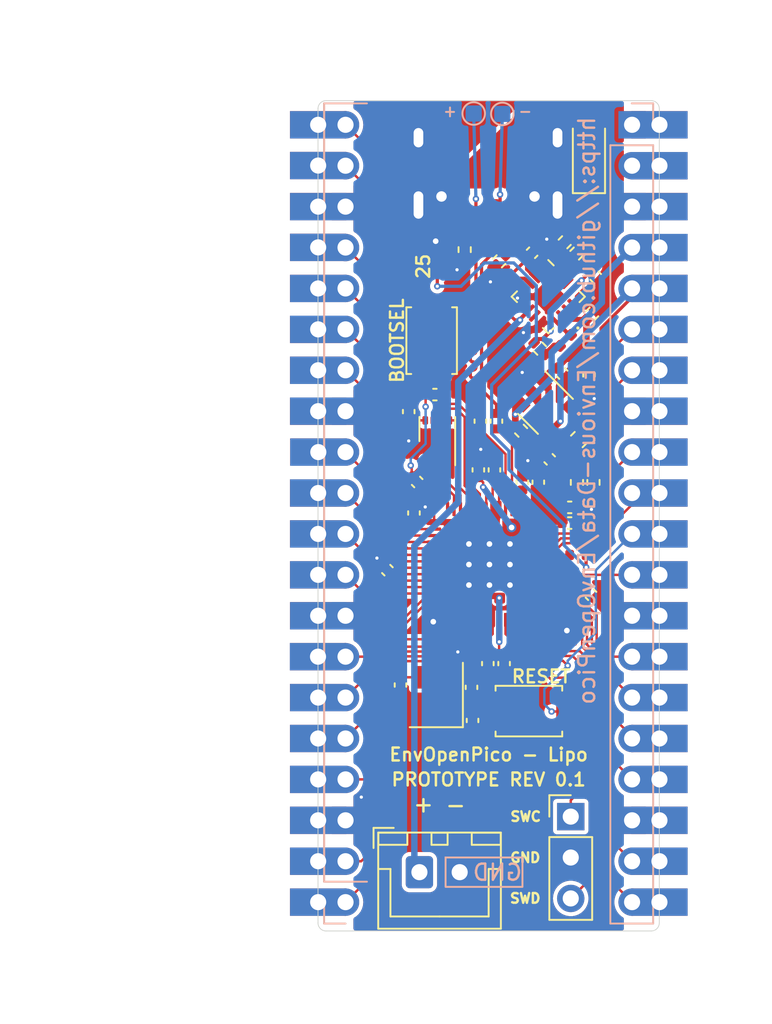
<source format=kicad_pcb>
(kicad_pcb (version 20221018) (generator pcbnew)
  (title_block (title "RP2040 Minimal Design Example") (date "2020-07-13") (rev "REV1") (company "Raspberry Pi (Trading) Ltd"))
  (layers (0 "F.Cu" signal) (31 "B.Cu" signal) (34 "B.Paste" user) (35 "F.Paste" user) (36 "B.SilkS" user "B.Silkscreen") (37 "F.SilkS" user "F.Silkscreen") (38 "B.Mask" user) (39 "F.Mask" user) (44 "Edge.Cuts" user))
  (net 0 "")
  (net 1 "GND")
  (net 2 "VBUS")
  (net 3 "/XIN")
  (net 4 "+1V1")
  (net 5 "/~{USB_BOOT}")
  (net 6 "/GPIO15")
  (net 7 "/GPIO14")
  (net 8 "/GPIO13")
  (net 9 "/GPIO12")
  (net 10 "/GPIO11")
  (net 11 "/GPIO10")
  (net 12 "/GPIO9")
  (net 13 "/GPIO8")
  (net 14 "/GPIO7")
  (net 15 "/GPIO6")
  (net 16 "/GPIO5")
  (net 17 "/GPIO4")
  (net 18 "/GPIO3")
  (net 19 "/GPIO2")
  (net 20 "/GPIO1")
  (net 21 "/GPIO0")
  (net 22 "/GPIO22")
  (net 23 "/GPIO21")
  (net 24 "/GPIO20")
  (net 25 "/GPIO19")
  (net 26 "/GPIO18")
  (net 27 "/GPIO17")
  (net 28 "/GPIO16")
  (net 29 "/RUN")
  (net 30 "/SWD")
  (net 31 "/SWCLK")
  (net 32 "/QSPI_SS")
  (net 33 "Net-(D2-K)")
  (net 34 "Net-(C2-Pad2)")
  (net 35 "/QSPI_SD3")
  (net 36 "/QSPI_SCLK")
  (net 37 "/QSPI_SD0")
  (net 38 "/QSPI_SD2")
  (net 39 "/QSPI_SD1")
  (net 40 "Net-(D2-A)")
  (net 41 "Net-(D3-A)")
  (net 42 "3V3_EN")
  (net 43 "USB_D+")
  (net 44 "USB_D-")
  (net 45 "/ADC_VREF")
  (net 46 "VSYS")
  (net 47 "+3V3")
  (net 49 "Net-(e1-CC1)")
  (net 50 "VBAT")
  (net 52 "VDD")
  (net 53 "Net-(e1-CC2)")
  (net 54 "/GPIO28_ADC2")
  (net 55 "/GPIO27_ADC1")
  (net 56 "/GPIO26_ADC0")
  (net 57 "/GPIO25")
  (net 58 "/XOUT")
  (net 59 "/GPIO23")
  (net 60 "/GPIO24")
  (net 61 "/GPIO29_ADC3")
  (net 62 "Net-(U2-SW)")
  (net 63 "Net-(U1-TS)")
  (net 64 "Net-(U1-ISET)")
  (net 65 "Net-(U3-USB_DP)")
  (net 66 "Net-(U3-USB_DM)")
  (net 70 "Net-(C19-Pad2)")
  (footprint "RP2040_minimal:RP2040-QFN-56" (layer "F.Cu") (at 103.69 86.025)
    (fp_text reference "U3")
    (fp_text value "RP2040")
  )
  (footprint "Capacitor_SMD:C_0402_1005Metric" (layer "F.Cu") (at 104.6 92.175 -90)
    (fp_text reference "C6")
    (fp_text value "100nf 0402")
  )
  (footprint "Capacitor_SMD:C_0402_1005Metric" (layer "F.Cu") (at 103 80.15 90)
    (fp_text reference "C7")
    (fp_text value "100nf 0402")
  )
  (footprint "Capacitor_SMD:C_0402_1005Metric" (layer "F.Cu") (at 99 82.825 90)
    (fp_text reference "C8")
    (fp_text value "100nf 0402")
  )
  (footprint "Capacitor_SMD:C_0402_1005Metric" (layer "F.Cu") (at 100.3 75.475)
    (fp_text reference "R12")
    (fp_text value "1k 0402 Resistor")
  )
  (footprint "Capacitor_SMD:C_0402_1005Metric" (layer "F.Cu") (at 104.125 77.125 -90)
    (fp_text reference "R10")
    (fp_text value " 27Ohms 0402 Resistor")
  )
  (footprint "Capacitor_SMD:C_0402_1005Metric" (layer "F.Cu") (at 110 87.9 -45)
    (fp_text reference "C10")
    (fp_text value "100nf 0402")
  )
  (footprint "Capacitor_SMD:C_0402_1005Metric" (layer "F.Cu") (at 103.59 92.175 -90)
    (fp_text reference "C11")
    (fp_text value "100nf 0402")
  )
  (footprint "Capacitor_SMD:C_0402_1005Metric" (layer "F.Cu") (at 105.73296 80.91698 90)
    (fp_text reference "C16")
    (fp_text value "1uf 0402")
  )
  (footprint "Capacitor_SMD:C_0402_1005Metric" (layer "F.Cu") (at 103.125 77.125 -90)
    (fp_text reference "R9")
    (fp_text value " 27Ohms  0402 Resistor")
  )
  (footprint "HRO-TYPE-C31-M-12:HRO-TYPE-C-31-M-12" (layer "F.Cu") (at 103.6 56.925 180)
    (fp_text reference "e1")
    (fp_text value "TYPE-C-31-M-12")
  )
  (footprint "Resistor_SMD:R_0402_1005Metric" (layer "F.Cu") (at 109.18228 85.43056 180)
    (fp_text reference "R13")
    (fp_text value "470 ohm resistor")
  )
  (footprint "Resistor_SMD:R_0402_1005Metric" (layer "F.Cu") (at 102.15 66.475 90)
    (fp_text reference "R3")
    (fp_text value "5.1K")
  )
  (footprint "Package_SON:SON-8-1EP_3x2mm_P0.5mm_EP1.4x1.6mm" (layer "F.Cu") (at 100.45 78.3625 90)
    (fp_text reference "FLASH1")
    (fp_text value "W25Q16")
  )
  (footprint "Capacitor_SMD:C_0402_1005Metric" (layer "F.Cu") (at 104 80.15 90)
    (fp_text reference "C9")
    (fp_text value "100nf 0402")
  )
  (footprint "Capacitor_SMD:C_0402_1005Metric" (layer "F.Cu") (at 98.675 76.53 90)
    (fp_text reference "C17")
    (fp_text value "100nf 0402")
  )
  (footprint "Button_Switch_SMD:SW_Push_SPST_NO_Alps_SKRK" (layer "F.Cu") (at 100.1 72.125 90)
    (fp_text reference "J1")
    (fp_text value "SKRKAEE020")
  )
  (footprint "LED_SMD:LED_0402_1005Metric" (layer "F.Cu") (at 100.46 67.51 -90)
    (fp_text reference "D3")
    (fp_text value "LED 0402 YELLOW")
  )
  (footprint "Capacitor_SMD:C_0402_1005Metric" (layer "F.Cu") (at 99.2 80.9 135)
    (fp_text reference "R11")
    (fp_text value "10K 0402")
  )
  (footprint "Resistor_SMD:R_0402_1005Metric" (layer "F.Cu") (at 109.125 80.925 90)
    (fp_text reference "R5")
    (fp_text value "200ohm 0402")
  )
  (footprint "Resistor_SMD:R_0402_1005Metric" (layer "F.Cu") (at 110.15 80.924999 -90)
    (fp_text reference "R8")
    (fp_text value "1Ohm 0402")
  )
  (footprint "Capacitor_SMD:C_0402_1005Metric" (layer "F.Cu") (at 106.7261 80.91444 90)
    (fp_text reference "C15")
    (fp_text value "1uf 0402")
  )
  (footprint "Capacitor_SMD:C_0402_1005Metric" (layer "F.Cu") (at 108.675 83.45)
    (fp_text reference "C13")
    (fp_text value "100nf 0402")
  )
  (footprint "Capacitor_SMD:C_0402_1005Metric" (layer "F.Cu") (at 108.675 82.475)
    (fp_text reference "C14")
    (fp_text value "100nf 0402")
  )
  (footprint "Resistor_SMD:R_0402_1005Metric" (layer "F.Cu") (at 104.3 67.2 45)
    (fp_text reference "R1")
    (fp_text value "5.1K")
  )
  (footprint "Capacitor_SMD:C_0402_1005Metric" (layer "F.Cu") (at 108.206847 74.168153 -45)
    (fp_text reference "C3")
    (fp_text value "10uf 0402 6.3V")
  )
  (footprint "Package_DFN_QFN:VQFN-16-1EP_3x3mm_P0.5mm_EP1.6x1.6mm" (layer "F.Cu") (at 107.343187 69.396741 -45)
    (fp_text reference "U1")
    (fp_text value "BQ24072RGT")
  )
  (footprint "Inductor_SMD:L_0603_1608Metric" (layer "F.Cu") (at 109.231847 78.268153 -135)
    (fp_text reference "L1")
    (fp_text value "inductor 2.2uh 600mA 0603")
  )
  (footprint "Resistor_SMD:R_0402_1005Metric" (layer "F.Cu") (at 105.656847 77.718153 135)
    (fp_text reference "R4")
    (fp_text value "100k 0402")
  )
  (footprint "Package_TO_SOT_SMD:TSOT-23-5" (layer "F.Cu") (at 107.183786 76.188595 -45)
    (fp_text reference "U2")
    (fp_text value "LM3671MF 3.3")
  )
  (footprint "Diode_SMD:D_SOD-123" (layer "F.Cu") (at 109.87 60.61 90)
    (fp_text reference "D1")
    (fp_text value "1n4002W")
  )
  (footprint "Capacitor_SMD:C_0402_1005Metric" (layer "F.Cu") (at 110.289411 68.167586 -45)
    (fp_text reference "C1")
    (fp_text value "0402 1uF")
  )
  (footprint "Resistor_SMD:R_0402_1005Metric" (layer "F.Cu") (at 110.074389 70.448563 -135)
    (fp_text reference "C2")
    (fp_text value "0402 10uF")
  )
  (footprint "Capacitor_SMD:C_0402_1005Metric" (layer "F.Cu") (at 106.339411 66.667586 -135)
    (fp_text reference "C4")
    (fp_text value "4.7uf 0402")
  )
  (footprint "LED_SMD:LED_0402_1005Metric" (layer "F.Cu") (at 108.412688 72.110264 -135)
    (fp_text reference "D2")
    (fp_text value "0402 led")
  )
  (footprint "Resistor_SMD:R_0402_1005Metric" (layer "F.Cu") (at 109.089411 66.717586 45)
    (fp_text reference "R7")
    (fp_text value "10K 0402")
  )
  (footprint "Resistor_SMD:R_0402_1005Metric" (layer "F.Cu") (at 108.364411 66.017586 -135)
    (fp_text reference "R2")
    (fp_text value "10K 0402")
  )
  (footprint "Resistor_SMD:R_0402_1005Metric" (layer "F.Cu") (at 106.825 72.625 -45)
    (fp_text reference "R6")
    (fp_text value "2.2K 0402")
  )
  (footprint "NetTie:NetTie-2_SMD_Pad0.5mm" (layer "F.Cu") (at 109.1 72.9 -135)
    (fp_text reference "NT1")
    (fp_text value "Net-Tie_2")
  )
  (footprint "Capacitor_SMD:C_0402_1005Metric" (layer "F.Cu") (at 107.431847 79.493153 135)
    (fp_text reference "C5")
    (fp_text value "10uf 0402")
  )
  (footprint "Connector_PinHeader_2.54mm:PinHeader_1x03_P2.54mm_Vertical" (layer "F.Cu") (at 108.74 101.675)
    (fp_text reference "J4")
    (fp_text value "Conn_01x03_Male")
  )
  (footprint "Connector_JST:JST_XH_B2B-XH-A_1x02_P2.50mm_Vertical" (layer "F.Cu") (at 99.34 105.125)
    (fp_text reference "BT1")
    (fp_text value "Li-Po Battery")
  )
  (footprint "Crystal:Crystal_SMD_3225-4Pin_3.2x2.5mm" (layer "F.Cu") (at 100.39 94.125 90)
    (fp_text reference "Y1")
    (fp_text value "Crystal_GND24 12MHz")
  )
  (footprint "Button_Switch_SMD:SW_Push_SPST_NO_Alps_SKRK" (layer "F.Cu") (at 106.14 95.125 180)
    (fp_text reference "J5")
    (fp_text value "SKRKAEE020")
  )
  (footprint "MountingHole:MountingHole_2.2mm_M2" (layer "F.Cu") (at 78.435 75.17)
    (fp_text reference "H2")
    (fp_text value "MountingHole")
  )
  (footprint "Capacitor_SMD:C_0402_1005Metric" (layer "F.Cu") (at 98.165 93.505 90)
    (fp_text reference "C18")
    (fp_text value "15pf 0402")
  )
  (footprint "Capacitor_SMD:C_0402_1005Metric" (layer "F.Cu") (at 109.875 74.25 -90)
    (fp_text reference "C20")
    (fp_text value "10uf 0402")
  )
  (footprint "Capacitor_SMD:C_0402_1005Metric" (layer "F.Cu") (at 97.35 86.375 135)
    (fp_text reference "C12")
    (fp_text value "100nf 0402")
  )
  (footprint "Capacitor_SMD:C_0402_1005Metric" (layer "F.Cu") (at 102.64 95.705 90)
    (fp_text reference "C19")
    (fp_text value "15pf 0402")
  )
  (footprint "MountingHole:MountingHole_2.2mm_M2" (layer "F.Cu") (at 78.435 69.22)
    (fp_text reference "H1")
    (fp_text value "MountingHole")
  )
  (footprint "Capacitor_SMD:C_0402_1005Metric" (layer "F.Cu") (at 102.575 93.65 -90)
    (fp_text reference "R14")
    (fp_text value "1K 0402")
  )
  (footprint "MountingHole:MountingHole_2.2mm_M2" (layer "F.Cu") (at 78.435 81.12)
    (fp_text reference "H3")
    (fp_text value "MountingHole")
  )
  (footprint "MountingHole:MountingHole_2.2mm_M2" (layer "F.Cu") (at 78.435 87.07)
    (fp_text reference "H4")
    (fp_text value "MountingHole")
  )
  (footprint "Connector_PinHeader_2.54mm:PinHeader_1x20_P2.54mm_Vertical" (layer "B.Cu") (at 112.53 58.725 180)
    (fp_text reference "J3")
    (fp_text value "2.54mm header 01x20")
  )
  (footprint "Connector_PinHeader_2.54mm:PinHeader_1x20_P2.54mm_Vertical" (layer "B.Cu") (at 94.75 106.985)
    (fp_text reference "J2" hide)
    (fp_text value "2.54mm header 01x20")
  )
  (footprint "TestPoint:TestPoint_Pad_D1.0mm" (layer "B.Cu") (at 102.712 58.0246)
    (fp_text reference "TP1")
    (fp_text value "TestPoint")
  )
  (footprint "TestPoint:TestPoint_Pad_D1.0mm" (layer "B.Cu") (at 104.49 58.05)
    (fp_text reference "TP2")
    (fp_text value "TestPoint")
  )
  (gr_rect (start 100.965 104.2125) (end 105.74 106.0375) (stroke (width 0.12)) (fill none) (layer "B.SilkS"))
  (gr_line (start 105.665 57.925) (end 106.165 57.925) (stroke (width 0.12)) (layer "B.SilkS"))
  (gr_line (start 101.24 58.2) (end 101.24 57.65) (stroke (width 0.12)) (layer "B.SilkS"))
  (gr_line (start 100.99 57.925) (end 101.49 57.925) (stroke (width 0.12)) (layer "B.SilkS"))
  (gr_arc (start 114.24 108.275) (mid 114.093553 108.628553) (end 113.74 108.775) (stroke (width 0.05)) (layer "Edge.Cuts"))
  (gr_line (start 93.54 57.225) (end 113.74 57.225) (stroke (width 0.05)) (layer "Edge.Cuts"))
  (gr_arc (start 113.74 57.225) (mid 114.093553 57.371447) (end 114.24 57.725) (stroke (width 0.05)) (layer "Edge.Cuts"))
  (gr_line (start 93.04 108.275) (end 93.04 57.725) (stroke (width 0.05)) (layer "Edge.Cuts"))
  (gr_arc (start 93.04 57.725) (mid 93.186447 57.371447) (end 93.54 57.225) (stroke (width 0.05)) (layer "Edge.Cuts"))
  (gr_arc (start 93.54 108.775) (mid 93.186447 108.628553) (end 93.04 108.275) (stroke (width 0.05)) (layer "Edge.Cuts"))
  (gr_line (start 93.54 108.775) (end 113.74 108.775) (stroke (width 0.05)) (layer "Edge.Cuts"))
  (gr_line (start 114.24 108.275) (end 114.24 57.725) (stroke (width 0.05)) (layer "Edge.Cuts"))
  (gr_text "https://github.com/Envious-Data/EnvOpenPico" (at 109.74 76.475 90) (layer "B.SilkS") (effects (font (size 1 1)) (justify mirror)))
  (gr_text "GND" (at 104.19 105.1375) (layer "B.SilkS") (effects (font (size 1 1)) (justify mirror)))
  (gr_text "RESET" (at 106.9 92.975) (layer "F.SilkS") (effects (font (size 0.8 0.8) (thickness 0.15) bold)))
  (gr_text "SWC" (at 105.94 101.675) (layer "F.SilkS") (effects (font (size 0.6 0.6))))
  (gr_text "+" (at 99.59 100.9) (layer "F.SilkS") (effects (font (size 1 1))))
  (gr_text "EnvOpenPico - Lipo" (at 103.64 97.825) (layer "F.SilkS") (effects (font (size 0.8 0.8) (thickness 0.153))))
  (gr_text "25" (at 99.58 67.51 90) (layer "F.SilkS") (effects (font (size 0.8 0.8) (thickness 0.15) bold)))
  (gr_text "SWD" (at 105.915 106.75) (layer "F.SilkS") (effects (font (size 0.6 0.6))))
  (gr_text "BOOTSEL" (at 97.95 72.125 90) (layer "F.SilkS") (effects (font (size 0.8 0.8))))
  (gr_text "PROTOTYPE REV 0.1" (at 103.64 99.375) (layer "F.SilkS") (effects (font (size 0.8 0.8) (thickness 0.153))))
  (gr_text "-" (at 101.59 100.95) (layer "F.SilkS") (effects (font (size 1 1))))
  (gr_text "GND" (at 105.915 104.225) (layer "F.SilkS") (effects (font (size 0.6 0.6))))
  (segment (start 105.432233 69.274766) (end 105.432233 69.483361) (width 0.15) (layer "F.Cu") (net 1))
  (segment (start 110.975 68.160819) (end 110.628822 68.506997) (width 0.2) (layer "F.Cu") (net 1))
  (segment (start 110.975 64.7) (end 110.975 68.160819) (width 0.2) (layer "F.Cu") (net 1))
  (segment (start 110.628822 69.89413) (end 110.435013 70.087939) (width 0.2) (layer "F.Cu") (net 1))
  (segment (start 102.69 89.4625) (end 102.69 90.262208) (width 0.15) (layer "F.Cu") (net 1))
  (segment (start 112.55 63.805) (end 111.87 63.805) (width 0.2) (layer "F.Cu") (net 1))
  (segment (start 101.724833 91.227375) (end 101.724833 91.449833) (width 0.15) (layer "F.Cu") (net 1))
  (segment (start 105.796393 68.910606) (end 105.432233 69.274766) (width 0.15) (layer "F.Cu") (net 1))
  (segment (start 100.35 64.645) (end 100.375 64.62) (width 0.2) (layer "F.Cu") (net 1))
  (segment (start 96.7 85.625) (end 96.7 85.675) (width 0.15) (layer "F.Cu") (net 1))
  (segment (start 102.501104 90.451104) (end 101.724833 91.227375) (width 0.15) (layer "F.Cu") (net 1))
  (segment (start 111.305 89.205) (end 110.339411 88.239411) (width 0.15) (layer "F.Cu") (net 1))
  (segment (start 105.8 71.625) (end 106.175588 71.625) (width 0.25) (layer "F.Cu") (net 1))
  (segment (start 105.432233 69.518718) (end 105.432233 69.483361) (width 0.15) (layer "F.Cu") (net 1))
  (segment (start 112.55 89.205) (end 111.305 89.205) (width 0.15) (layer "F.Cu") (net 1))
  (segment (start 96.7 85.675) (end 97.160589 86.135589) (width 0.15) (layer "F.Cu") (net 1))
  (segment (start 110.628822 68.506997) (end 110.628822 69.89413) (width 0.2) (layer "F.Cu") (net 1))
  (segment (start 106.175588 71.625) (end 106.857051 70.943537) (width 0.25) (layer "F.Cu") (net 1))
  (segment (start 100.35 65.95) (end 100.35 64.645) (width 0.2) (layer "F.Cu") (net 1))
  (segment (start 111.87 63.805) (end 110.975 64.7) (width 0.2) (layer "F.Cu") (net 1))
  (segment (start 102.69 90.262208) (end 102.501104 90.451104) (width 0.15) (layer "F.Cu") (net 1))
  (segment (start 105.796393 69.882878) (end 105.432233 69.518718) (width 0.15) (layer "F.Cu") (net 1))
  (via (at 101.675 67.725) (size 0.4) (drill 0.2) (layers "F.Cu" "B.Cu") (net 1))
  (via (at 105.8 71.625) (size 0.4) (drill 0.2) (layers "F.Cu" "B.Cu") (net 1))
  (via (at 103.75 68.475) (size 0.4) (drill 0.2) (layers "F.Cu" "B.Cu") (net 1))
  (via (at 96.7 85.625) (size 0.4) (drill 0.2) (layers "F.Cu" "B.Cu") (net 1))
  (via (at 107.25 65.825) (size 0.4) (drill 0.2) (layers "F.Cu" "B.Cu") (net 1))
  (via (at 98.675 78.35) (size 0.4) (drill 0.2) (layers "F.Cu" "B.Cu") (net 1))
  (via (at 100.2 89.575) (size 0.6) (drill 0.35) (layers "F.Cu" "B.Cu") (net 1))
  (via (at 95.73 100.465) (size 0.4) (drill 0.2) (layers "F.Cu" "B.Cu") (net 1))
  (via (at 101.724833 91.449833) (size 0.4) (drill 0.2) (layers "F.Cu" "B.Cu") (net 1))
  (via (at 105.725 74.1) (size 0.4) (drill 0.2) (layers "F.Cu" "B.Cu") (net 1))
  (via (at 110.025 82.6) (size 0.4) (drill 0.2) (layers "F.Cu" "B.Cu") (net 1))
  (via (at 100.35 65.95) (size 0.6) (drill 0.35) (layers "F.Cu" "B.Cu") (net 1))
  (via (at 105.432233 69.483361) (size 0.4) (drill 0.2) (layers "F.Cu" "B.Cu") (net 1))
  (via (at 110.2 75.725) (size 0.4) (drill 0.2) (layers "F.Cu" "B.Cu") (net 1))
  (via (at 106.075 79.575) (size 0.4) (drill 0.2) (layers "F.Cu" "B.Cu") (net 1))
  (via (at 99.7 82.45) (size 0.4) (drill 0.2) (layers "F.Cu" "B.Cu") (net 1))
  (via (at 108.5 90.125) (size 0.6) (drill 0.35) (layers "F.Cu" "B.Cu") (net 1))
  (via (at 103.15 78.875) (size 0.4) (drill 0.2) (layers "F.Cu" "B.Cu") (net 1))
  (segment (start 98.525 92.025) (end 101.75 92.025) (width 0.15) (layer "F.Cu") (net 3))
  (segment (start 102.25 91.525) (end 102.25 91.126472) (width 0.15) (layer "F.Cu") (net 3))
  (segment (start 102.25 91.126472) (end 103.09 90.286472) (width 0.15) (layer "F.Cu") (net 3))
  (segment (start 98.165 93.025) (end 98.165 92.385) (width 0.15) (layer "F.Cu") (net 3))
  (segment (start 98.165 92.385) (end 98.525 92.025) (width 0.15) (layer "F.Cu") (net 3))
  (segment (start 101.75 92.025) (end 102.25 91.525) (width 0.15) (layer "F.Cu") (net 3))
  (segment (start 98.165 93.025) (end 99.54 93.025) (width 0.15) (layer "F.Cu") (net 3))
  (segment (start 103.09 90.286472) (end 103.09 89.4625) (width 0.15) (layer "F.Cu") (net 3))
  (segment (start 105.49 81.63994) (end 105.73296 81.39698) (width 0.15) (layer "F.Cu") (net 4))
  (segment (start 103.3 80.93) (end 103 80.63) (width 0.15) (layer "F.Cu") (net 4))
  (segment (start 103.49 81.415) (end 103.49 82.5875) (width 0.15) (layer "F.Cu") (net 4))
  (segment (start 104.29 90.275) (end 104.29 89.4625) (width 0.15) (layer "F.Cu") (net 4))
  (segment (start 104.29 91.385) (end 104.29 90.275) (width 0.15) (layer "F.Cu") (net 4))
  (segment (start 104.29 90.275) (end 104.29 90.815) (width 0.15) (layer "F.Cu") (net 4))
  (segment (start 105.49 82.5875) (end 105.49 81.63994) (width 0.15) (layer "F.Cu") (net 4))
  (segment (start 103.3 81.225) (end 103.3 80.93) (width 0.15) (layer "F.Cu") (net 4))
  (segment (start 103.3 81.225) (end 103.49 81.415) (width 0.15) (layer "F.Cu") (net 4))
  (segment (start 104.29 90.815) (end 104.3 90.825) (width 0.15) (layer "F.Cu") (net 4))
  (segment (start 104.6 91.695) (end 104.29 91.385) (width 0.15) (layer "F.Cu") (net 4))
  (via (at 105.065 83.725) (size 0.6) (drill 0.35) (layers "F.Cu" "B.Cu") (net 4))
  (via (at 104.3 90.825) (size 0.4) (drill 0.2) (layers "F.Cu" "B.Cu") (net 4))
  (via (at 104.3 88.1) (size 0.4) (drill 0.2) (layers "F.Cu" "B.Cu") (net 4))
  (via (at 103.3 81.225) (size 0.4) (drill 0.2) (layers "F.Cu" "B.Cu") (net 4))
  (segment (start 104.3 88.1) (end 104.3 90.825) (width 0.4) (layer "B.Cu") (net 4))
  (segment (start 105.065 83.725) (end 103.3 81.225) (width 0.4) (layer "B.Cu") (net 4))
  (segment (start 100.78 75.475) (end 100.78 74.905) (width 0.15) (layer "F.Cu") (net 5))
  (segment (start 100.78 74.905) (end 100.1 74.225) (width 0.15) (layer "F.Cu") (net 5))
  (segment (start 98.15 91.725) (end 97.425 92.45) (width 0.15) (layer "F.Cu") (net 6))
  (segment (start 102.29 90.237944) (end 100.802944 91.725) (width 0.15) (layer "F.Cu") (net 6))
  (segment (start 100.802944 91.725) (end 98.15 91.725) (width 0.15) (layer "F.Cu") (net 6))
  (segment (start 102.29 89.4625) (end 102.29 90.237944) (width 0.15) (layer "F.Cu") (net 6))
  (segment (start 97.425 92.45) (end 97.425 104.31) (width 0.15) (layer "F.Cu") (net 6))
  (segment (start 97.425 104.31) (end 94.75 106.985) (width 0.15) (layer "F.Cu") (net 6))
  (segment (start 97.125 92.325736) (end 98.025736 91.425) (width 0.15) (layer "F.Cu") (net 7))
  (segment (start 97.125 103.045) (end 97.125 92.325736) (width 0.15) (layer "F.Cu") (net 7))
  (segment (start 95.725 104.445) (end 97.125 103.045) (width 0.15) (layer "F.Cu") (net 7))
  (segment (start 94.75 104.445) (end 95.725 104.445) (width 0.15) (layer "F.Cu") (net 7))
  (segment (start 100.67868 91.425) (end 101.89 90.21368) (width 0.15) (layer "F.Cu") (net 7))
  (segment (start 101.89 90.21368) (end 101.89 89.4625) (width 0.15) (layer "F.Cu") (net 7))
  (segment (start 98.025736 91.425) (end 100.67868 91.425) (width 0.15) (layer "F.Cu") (net 7))
  (segment (start 100.554416 91.125) (end 97.901472 91.125) (width 0.15) (layer "F.Cu") (net 8))
  (segment (start 96.228959 99.365) (end 94.75 99.365) (width 0.15) (layer "F.Cu") (net 8))
  (segment (start 101.49 90.189416) (end 100.554416 91.125) (width 0.15) (layer "F.Cu") (net 8))
  (segment (start 97.901472 91.125) (end 96.825 92.201472) (width 0.15) (layer "F.Cu") (net 8))
  (segment (start 101.49 89.4625) (end 101.49 90.189416) (width 0.15) (layer "F.Cu") (net 8))
  (segment (start 96.825 92.201472) (end 96.825 98.768959) (width 0.15) (layer "F.Cu") (net 8))
  (segment (start 96.825 98.768959) (end 96.228959 99.365) (width 0.15) (layer "F.Cu") (net 8))
  (segment (start 97.937132 90.665076) (end 96.525 92.077208) (width 0.15) (layer "F.Cu") (net 9))
  (segment (start 96.525 95.05) (end 94.75 96.825) (width 0.15) (layer "F.Cu") (net 9))
  (segment (start 101.09 90.165152) (end 100.590076 90.665076) (width 0.15) (layer "F.Cu") (net 9))
  (segment (start 100.590076 90.665076) (end 97.937132 90.665076) (width 0.15) (layer "F.Cu") (net 9))
  (segment (start 96.525 92.077208) (end 96.525 95.05) (width 0.15) (layer "F.Cu") (net 9))
  (segment (start 101.09 89.4625) (end 101.09 90.165152) (width 0.15) (layer "F.Cu") (net 9))
  (segment (start 99.552944 88.625) (end 100.2525 88.625) (width 0.15) (layer "F.Cu") (net 10))
  (segment (start 96.225 92.81) (end 96.225 91.952944) (width 0.15) (layer "F.Cu") (net 10))
  (segment (start 94.75 94.285) (end 96.225 92.81) (width 0.15) (layer "F.Cu") (net 10))
  (segment (start 96.225 91.952944) (end 99.552944 88.625) (width 0.15) (layer "F.Cu") (net 10))
  (segment (start 94.75 91.745) (end 96.00868 91.745) (width 0.15) (layer "F.Cu") (net 11))
  (segment (start 96.00868 91.745) (end 99.52868 88.225) (width 0.15) (layer "F.Cu") (net 11))
  (segment (start 99.52868 88.225) (end 100.2525 88.225) (width 0.15) (layer "F.Cu") (net 11))
  (segment (start 100.2525 87.825) (end 95.91 87.825) (width 0.15) (layer "F.Cu") (net 12))
  (segment (start 95.91 87.825) (end 94.75 86.665) (width 0.15) (layer "F.Cu") (net 12))
  (segment (start 94.75 84.125) (end 96.175 85.55) (width 0.15) (layer "F.Cu") (net 13))
  (segment (start 96.175 87.15) (end 96.45 87.425) (width 0.15) (layer "F.Cu") (net 13))
  (segment (start 96.175 85.55) (end 96.175 87.15) (width 0.15) (layer "F.Cu") (net 13))
  (segment (start 96.45 87.425) (end 100.2525 87.425) (width 0.15) (layer "F.Cu") (net 13))
  (segment (start 98.505152 86.625) (end 96.075 84.194848) (width 0.15) (layer "F.Cu") (net 14))
  (segment (start 100.2525 86.625) (end 98.505152 86.625) (width 0.15) (layer "F.Cu") (net 14))
  (segment (start 96.075 82.91) (end 94.75 81.585) (width 0.15) (layer "F.Cu") (net 14))
  (segment (start 96.075 84.194848) (end 96.075 82.91) (width 0.15) (layer "F.Cu") (net 14))
  (segment (start 96.375 82.785736) (end 96.375 84.070584) (width 0.15) (layer "F.Cu") (net 15))
  (segment (start 98.529416 86.225) (end 100.2525 86.225) (width 0.15) (layer "F.Cu") (net 15))
  (segment (start 96.025 80.32) (end 96.025 82.435736) (width 0.15) (layer "F.Cu") (net 15))
  (segment (start 94.75 79.045) (end 96.025 80.32) (width 0.15) (layer "F.Cu") (net 15))
  (segment (start 96.375 84.070584) (end 98.529416 86.225) (width 0.15) (layer "F.Cu") (net 15))
  (segment (start 96.025 82.435736) (end 96.375 82.785736) (width 0.15) (layer "F.Cu") (net 15))
  (segment (start 96.325 80.195736) (end 96.15 80.020736) (width 0.15) (layer "F.Cu") (net 16))
  (segment (start 96.675 83.94632) (end 96.675 82.661472) (width 0.15) (layer "F.Cu") (net 16))
  (segment (start 98.55368 85.825) (end 96.675 83.94632) (width 0.15) (layer "F.Cu") (net 16))
  (segment (start 96.325 82.311472) (end 96.325 80.195736) (width 0.15) (layer "F.Cu") (net 16))
  (segment (start 96.15 75.365) (end 94.75 73.965) (width 0.15) (layer "F.Cu") (net 16))
  (segment (start 96.675 82.661472) (end 96.325 82.311472) (width 0.15) (layer "F.Cu") (net 16))
  (segment (start 96.15 80.020736) (end 96.15 75.365) (width 0.15) (layer "F.Cu") (net 16))
  (segment (start 100.2525 85.825) (end 98.55368 85.825) (width 0.15) (layer "F.Cu") (net 16))
  (segment (start 96.45 75.240736) (end 96.2 74.990736) (width 0.15) (layer "F.Cu") (net 17))
  (segment (start 96.975 83.822056) (end 96.975 82.537208) (width 0.15) (layer "F.Cu") (net 17))
  (segment (start 96.625 80.071472) (end 96.45 79.896472) (width 0.15) (layer "F.Cu") (net 17))
  (segment (start 96.975 82.537208) (end 96.625 82.187208) (width 0.15) (layer "F.Cu") (net 17))
  (segment (start 96.625 82.187208) (end 96.625 80.071472) (width 0.15) (layer "F.Cu") (net 17))
  (segment (start 96.2 74.990736) (end 96.2 72.875) (width 0.15) (layer "F.Cu") (net 17))
  (segment (start 100.2525 85.425) (end 98.577944 85.425) (width 0.15) (layer "F.Cu") (net 17))
  (segment (start 98.577944 85.425) (end 96.975 83.822056) (width 0.15) (layer "F.Cu") (net 17))
  (segment (start 96.45 79.896472) (end 96.45 75.240736) (width 0.15) (layer "F.Cu") (net 17))
  (segment (start 96.2 72.875) (end 94.75 71.425) (width 0.15) (layer "F.Cu") (net 17))
  (segment (start 96.925 82.062944) (end 96.925 79.947208) (width 0.15) (layer "F.Cu") (net 18))
  (segment (start 96.5 74.866472) (end 96.5 72.750736) (width 0.15) (layer "F.Cu") (net 18))
  (segment (start 96.75 79.772208) (end 96.75 75.116472) (width 0.15) (layer "F.Cu") (net 18))
  (segment (start 96.1 70.235) (end 94.75 68.885) (width 0.15) (layer "F.Cu") (net 18))
  (segment (start 96.75 75.116472) (end 96.5 74.866472) (width 0.15) (layer "F.Cu") (net 18))
  (segment (start 96.1 72.350736) (end 96.1 70.235) (width 0.15) (layer "F.Cu") (net 18))
  (segment (start 97.275 82.412944) (end 96.925 82.062944) (width 0.15) (layer "F.Cu") (net 18))
  (segment (start 97.275 83.697792) (end 97.275 82.412944) (width 0.15) (layer "F.Cu") (net 18))
  (segment (start 96.925 79.947208) (end 96.75 79.772208) (width 0.15) (layer "F.Cu") (net 18))
  (segment (start 100.2525 85.025) (end 98.602208 85.025) (width 0.15) (layer "F.Cu") (net 18))
  (segment (start 96.5 72.750736) (end 96.1 72.350736) (width 0.15) (layer "F.Cu") (net 18))
  (segment (start 98.602208 85.025) (end 97.275 83.697792) (width 0.15) (layer "F.Cu") (net 18))
  (segment (start 98.626472 84.625) (end 100.2525 84.625) (width 0.15) (layer "F.Cu") (net 19))
  (segment (start 97.575 83.573528) (end 98.626472 84.625) (width 0.15) (layer "F.Cu") (net 19))
  (segment (start 95.975 69.685736) (end 96.4 70.110736) (width 0.15) (layer "F.Cu") (net 19))
  (segment (start 96.4 72.226472) (end 96.8 72.626472) (width 0.15) (layer "F.Cu") (net 19))
  (segment (start 97.05 74.992208) (end 97.05 79.647944) (width 0.15) (layer "F.Cu") (net 19))
  (segment (start 96.8 74.742208) (end 97.05 74.992208) (width 0.15) (layer "F.Cu") (net 19))
  (segment (start 96.8 72.626472) (end 96.8 74.742208) (width 0.15) (layer "F.Cu") (net 19))
  (segment (start 95.975 67.57) (end 95.975 69.685736) (width 0.15) (layer "F.Cu") (net 19))
  (segment (start 97.575 82.28868) (end 97.575 83.573528) (width 0.15) (layer "F.Cu") (net 19))
  (segment (start 94.75 66.345) (end 95.975 67.57) (width 0.15) (layer "F.Cu") (net 19))
  (segment (start 97.225 81.93868) (end 97.575 82.28868) (width 0.15) (layer "F.Cu") (net 19))
  (segment (start 97.05 79.647944) (end 97.225 79.822944) (width 0.15) (layer "F.Cu") (net 19))
  (segment (start 96.4 70.110736) (end 96.4 72.226472) (width 0.15) (layer "F.Cu") (net 19))
  (segment (start 97.225 79.822944) (end 97.225 81.93868) (width 0.15) (layer "F.Cu") (net 19))
  (segment (start 96.275 69.561472) (end 96.275 67.445736) (width 0.15) (layer "F.Cu") (net 20))
  (segment (start 97.525 81.814416) (end 97.525 79.69868) (width 0.15) (layer "F.Cu") (net 20))
  (segment (start 96.711396 69.997868) (end 96.275 69.561472) (width 0.15) (layer "F.Cu") (net 20))
  (segment (start 97.35 74.867944) (end 97.1 74.617944) (width 0.15) (layer "F.Cu") (net 20))
  (segment (start 97.875 83.449264) (end 97.875 82.164416) (width 0.15) (layer "F.Cu") (net 20))
  (segment (start 97.875 82.164416) (end 97.525 81.814416) (width 0.15) (layer "F.Cu") (net 20))
  (segment (start 96.711396 72.113604) (end 96.711396 69.997868) (width 0.15) (layer "F.Cu") (net 20))
  (segment (start 98.650736 84.225) (end 97.875 83.449264) (width 0.15) (layer "F.Cu") (net 20))
  (segment (start 96.075 62.59) (end 94.75 61.265) (width 0.15) (layer "F.Cu") (net 20))
  (segment (start 97.1 74.617944) (end 97.1 72.502208) (width 0.15) (layer "F.Cu") (net 20))
  (segment (start 96.275 67.445736) (end 96.075 67.245736) (width 0.15) (layer "F.Cu") (net 20))
  (segment (start 96.075 67.245736) (end 96.075 62.59) (width 0.15) (layer "F.Cu") (net 20))
  (segment (start 97.35 79.52368) (end 97.35 74.867944) (width 0.15) (layer "F.Cu") (net 20))
  (segment (start 97.1 72.502208) (end 96.711396 72.113604) (width 0.15) (layer "F.Cu") (net 20))
  (segment (start 97.525 79.69868) (end 97.35 79.52368) (width 0.15) (layer "F.Cu") (net 20))
  (segment (start 100.2525 84.225) (end 98.650736 84.225) (width 0.15) (layer "F.Cu") (net 20))
  (segment (start 97.4 74.49368) (end 97.4 72.377944) (width 0.15) (layer "F.Cu") (net 21))
  (segment (start 96.375 60.35) (end 94.75 58.725) (width 0.15) (layer "F.Cu") (net 21))
  (segment (start 96.575 67.321472) (end 96.375 67.121472) (width 0.15) (layer "F.Cu") (net 21))
  (segment (start 96.575 69.437208) (end 96.575 67.321472) (width 0.15) (layer "F.Cu") (net 21))
  (segment (start 98.175 82.040152) (end 97.825 81.690152) (width 0.15) (layer "F.Cu") (net 21))
  (segment (start 97.011396 71.98934) (end 97.011396 69.873604) (width 0.15) (layer "F.Cu") (net 21))
  (segment (start 98.175 83.325) (end 98.175 82.040152) (width 0.15) (layer "F.Cu") (net 21))
  (segment (start 100.2525 83.825) (end 98.675 83.825) (width 0.15) (layer "F.Cu") (net 21))
  (segment (start 98.675 83.825) (end 98.175 83.325) (width 0.15) (layer "F.Cu") (net 21))
  (segment (start 97.825 79.574416) (end 97.65 79.399416) (width 0.15) (layer "F.Cu") (net 21))
  (segment (start 97.4 72.377944) (end 97.011396 71.98934) (width 0.15) (layer "F.Cu") (net 21))
  (segment (start 97.65 79.399416) (end 97.65 74.74368) (width 0.15) (layer "F.Cu") (net 21))
  (segment (start 97.65 74.74368) (end 97.4 74.49368) (width 0.15) (layer "F.Cu") (net 21))
  (segment (start 96.375 67.121472) (end 96.375 60.35) (width 0.15) (layer "F.Cu") (net 21))
  (segment (start 97.011396 69.873604) (end 96.575 69.437208) (width 0.15) (layer "F.Cu") (net 21))
  (segment (start 97.825 81.690152) (end 97.825 79.574416) (width 0.15) (layer "F.Cu") (net 21))
  (segment (start 107.1675 86.665) (end 112.55 86.665) (width 0.15) (layer "F.Cu") (net 22))
  (segment (start 107.1275 86.625) (end 107.1675 86.665) (width 0.15) (layer "F.Cu") (net 22))
  (segment (start 107.1275 87.425) (end 108.597792 87.425) (width 0.15) (layer "F.Cu") (net 23))
  (segment (start 111.345 91.745) (end 112.55 91.745) (width 0.15) (layer "F.Cu") (net 23))
  (segment (start 108.597792 87.425) (end 110.35 89.177208) (width 0.15) (layer "F.Cu") (net 23))
  (segment (start 110.35 90.75) (end 111.345 91.745) (width 0.15) (layer "F.Cu") (net 23))
  (segment (start 110.35 89.177208) (end 110.35 90.75) (width 0.15) (layer "F.Cu") (net 23))
  (segment (start 110.05 89.301472) (end 108.573528 87.825) (width 0.15) (layer "F.Cu") (net 24))
  (segment (start 111.1 92.835) (end 111.1 91.924264) (width 0.15) (layer "F.Cu") (net 24))
  (segment (start 108.573528 87.825) (end 107.1275 87.825) (width 0.15) (layer "F.Cu") (net 24))
  (segment (start 111.1 91.924264) (end 110.05 90.874264) (width 0.15) (layer "F.Cu") (net 24))
  (segment (start 110.05 90.874264) (end 110.05 89.301472) (width 0.15) (layer "F.Cu") (net 24))
  (segment (start 112.55 94.285) (end 111.1 92.835) (width 0.15) (layer "F.Cu") (net 24))
  (segment (start 108.549264 88.225) (end 107.1275 88.225) (width 0.15) (layer "F.Cu") (net 25))
  (segment (start 109.75 90.998528) (end 109.75 89.425736) (width 0.15) (layer "F.Cu") (net 25))
  (segment (start 109.75 89.425736) (end 108.549264 88.225) (width 0.15) (layer "F.Cu") (net 25))
  (segment (start 112.55 96.825) (end 112.55 96.7) (width 0.15) (layer "F.Cu") (net 25))
  (segment (start 110.8 92.959264) (end 110.8 92.048528) (width 0.15) (layer "F.Cu") (net 25))
  (segment (start 112.55 96.7) (end 111.05 95.2) (width 0.15) (layer "F.Cu") (net 25))
  (segment (start 111.05 95.2) (end 111.05 93.209264) (width 0.15) (layer "F.Cu") (net 25))
  (segment (start 111.05 93.209264) (end 110.8 92.959264) (width 0.15) (layer "F.Cu") (net 25))
  (segment (start 110.8 92.048528) (end 109.75 90.998528) (width 0.15) (layer "F.Cu") (net 25))
  (segment (start 109.45 91.122792) (end 110.5 92.172792) (width 0.15) (layer "F.Cu") (net 26))
  (segment (start 110.75 93.333528) (end 110.75 95.35) (width 0.15) (layer "F.Cu") (net 26))
  (segment (start 111.1 95.7) (end 111.1 97.915) (width 0.15) (layer "F.Cu") (net 26))
  (segment (start 111.1 97.915) (end 112.55 99.365) (width 0.15) (layer "F.Cu") (net 26))
  (segment (start 110.75 95.35) (end 111.1 95.7) (width 0.15) (layer "F.Cu") (net 26))
  (segment (start 107.1275 88.625) (end 108.525 88.625) (width 0.15) (layer "F.Cu") (net 26))
  (segment (start 110.5 93.083528) (end 110.75 93.333528) (width 0.15) (layer "F.Cu") (net 26))
  (segment (start 110.5 92.172792) (end 110.5 93.083528) (width 0.15) (layer "F.Cu") (net 26))
  (segment (start 108.525 88.625) (end 109.45 89.55) (width 0.15) (layer "F.Cu") (net 26))
  (segment (start 109.45 89.55) (end 109.45 91.122792) (width 0.15) (layer "F.Cu") (net 26))
  (segment (start 107.45 91.4) (end 106.29 90.24) (width 0.15) (layer "F.Cu") (net 27))
  (segment (start 112.55 104.445) (end 111.2 103.095) (width 0.15) (layer "F.Cu") (net 27))
  (segment (start 110.45 93.457792) (end 110.2 93.207792) (width 0.15) (layer "F.Cu") (net 27))
  (segment (start 110.8 98.039264) (end 110.8 95.824264) (width 0.15) (layer "F.Cu") (net 27))
  (segment (start 110.8 95.824264) (end 110.45 95.474264) (width 0.15) (layer "F.Cu") (net 27))
  (segment (start 111.2 103.095) (end 111.2 98.439264) (width 0.15) (layer "F.Cu") (net 27))
  (segment (start 106.29 90.24) (end 106.29 89.4625) (width 0.15) (layer "F.Cu") (net 27))
  (segment (start 109.302944 91.4) (end 107.45 91.4) (width 0.15) (layer "F.Cu") (net 27))
  (segment (start 111.2 98.439264) (end 110.8 98.039264) (width 0.15) (layer "F.Cu") (net 27))
  (segment (start 110.2 92.297056) (end 109.302944 91.4) (width 0.15) (layer "F.Cu") (net 27))
  (segment (start 110.2 93.207792) (end 110.2 92.297056) (width 0.15) (layer "F.Cu") (net 27))
  (segment (start 110.45 95.474264) (end 110.45 93.457792) (width 0.15) (layer "F.Cu") (net 27))
  (segment (start 107.325736 91.7) (end 108.85 91.7) (width 0.15) (layer "F.Cu") (net 28))
  (segment (start 105.89 90.264264) (end 107.325736 91.7) (width 0.15) (layer "F.Cu") (net 28))
  (segment (start 108.85 91.7) (end 109.35 92.2) (width 0.15) (layer "F.Cu") (net 28))
  (segment (start 110.9 98.563528) (end 110.9 105.335) (width 0.15) (layer "F.Cu") (net 28))
  (segment (start 109.35 92.2) (end 109.35 93.325736) (width 0.15) (layer "F.Cu") (net 28))
  (segment (start 110.15 94.125736) (end 110.15 95.598528) (width 0.15) (layer "F.Cu") (net 28))
  (segment (start 110.5 95.948528) (end 110.5 98.163528) (width 0.15) (layer "F.Cu") (net 28))
  (segment (start 110.5 98.163528) (end 110.9 98.563528) (width 0.15) (layer "F.Cu") (net 28))
  (segment (start 110.15 95.598528) (end 110.5 95.948528) (width 0.15) (layer "F.Cu") (net 28))
  (segment (start 105.89 89.4625) (end 105.89 90.264264) (width 0.15) (layer "F.Cu") (net 28))
  (segment (start 109.35 93.325736) (end 110.15 94.125736) (width 0.15) (layer "F.Cu") (net 28))
  (segment (start 110.9 105.335) (end 112.55 106.985) (width 0.15) (layer "F.Cu") (net 28))
  (segment (start 105.49 90.288528) (end 106.425736 91.224264) (width 0.15) (layer "F.Cu") (net 29))
  (segment (start 105.49 89.4625) (end 105.49 90.288528) (width 0.15) (layer "F.Cu") (net 29))
  (segment (start 106.425736 91.224264) (end 107.201472 92) (width 0.15) (layer "F.Cu") (net 29))
  (segment (start 107.201472 92) (end 107.95 92) (width 0.15) (layer "F.Cu") (net 29))
  (segment (start 107.55 95.15) (end 108.215 95.15) (width 0.15) (layer "F.Cu") (net 29))
  (segment (start 107.95 92) (end 108.25 92) (width 0.15) (layer "F.Cu") (net 29))
  (segment (start 108.25 92) (end 108.55 92.3) (width 0.15) (layer "F.Cu") (net 29))
  (segment (start 108.215 95.15) (end 108.24 95.125) (width 0.15) (layer "F.Cu") (net 29))
  (via (at 108.55 92.3) (size 0.4) (drill 0.2) (layers "F.Cu" "B.Cu") (net 29))
  (via (at 107.55 95.15) (size 0.4) (drill 0.2) (layers "F.Cu" "B.Cu") (net 29))
  (segment (start 110.3 86.375) (end 110.3 90.25) (width 0.15) (layer "B.Cu") (net 29))
  (segment (start 108.55 92) (end 108.55 92.3) (width 0.15) (layer "B.Cu") (net 29))
  (segment (start 112.55 84.125) (end 110.3 86.375) (width 0.15) (layer "B.Cu") (net 29))
  (segment (start 107.55 95.15) (end 107.1 94.7) (width 0.15) (layer "B.Cu") (net 29))
  (segment (start 107.1 94.7) (end 107.1 93.75) (width 0.15) (layer "B.Cu") (net 29))
  (segment (start 107.1 93.75) (end 108.55 92.3) (width 0.15) (layer "B.Cu") (net 29))
  (segment (start 110.3 90.25) (end 108.55 92) (width 0.15) (layer "B.Cu") (net 29))
  (segment (start 109.85 95.722792) (end 109.85 94.25) (width 0.15) (layer "F.Cu") (net 30))
  (segment (start 108.74 106.755) (end 110.6 104.895) (width 0.15) (layer "F.Cu") (net 30))
  (segment (start 107.827208 93.05) (end 105.09 90.312792) (width 0.15) (layer "F.Cu") (net 30))
  (segment (start 110.2 98.287792) (end 110.2 96.072792) (width 0.15) (layer "F.Cu") (net 30))
  (segment (start 105.09 90.312792) (end 105.09 89.4625) (width 0.15) (layer "F.Cu") (net 30))
  (segment (start 109.85 94.25) (end 108.65 93.05) (width 0.15) (layer "F.Cu") (net 30))
  (segment (start 110.6 98.687792) (end 110.2 98.287792) (width 0.15) (layer "F.Cu") (net 30))
  (segment (start 108.65 93.05) (end 107.827208 93.05) (width 0.15) (layer "F.Cu") (net 30))
  (segment (start 110.6 104.895) (end 110.6 98.687792) (width 0.15) (layer "F.Cu") (net 30))
  (segment (start 110.2 96.072792) (end 109.85 95.722792) (width 0.15) (layer "F.Cu") (net 30))
  (segment (start 110.3 98.812056) (end 110.3 99.1) (width 0.15) (layer "F.Cu") (net 31))
  (segment (start 109.9 96.197056) (end 109.9 98.412056) (width 0.15) (layer "F.Cu") (net 31))
  (segment (start 108.525736 93.35) (end 109.55 94.374264) (width 0.15) (layer "F.Cu") (net 31))
  (segment (start 109.9 98.412056) (end 110.3 98.812056) (width 0.15) (layer "F.Cu") (net 31))
  (segment (start 109.55 94.374264) (end 109.55 95.847056) (width 0.15) (layer "F.Cu") (net 31))
  (segment (start 107.702944 93.35) (end 108.525736 93.35) (width 0.15) (layer "F.Cu") (net 31))
  (segment (start 104.69 90.337056) (end 107.702944 93.35) (width 0.15) (layer "F.Cu") (net 31))
  (segment (start 110.3 99.1) (end 108.74 100.66) (width 0.15) (layer "F.Cu") (net 31))
  (segment (start 109.55 95.847056) (end 109.9 96.197056) (width 0.15) (layer "F.Cu") (net 31))
  (segment (start 104.69 89.4625) (end 104.69 90.337056) (width 0.15) (layer "F.Cu") (net 31))
  (segment (start 108.74 100.66) (end 108.74 101.675) (width 0.15) (layer "F.Cu") (net 31))
  (segment (start 99.7 80.374264) (end 99.7 79.65) (width 0.15) (layer "F.Cu") (net 32))
  (segment (start 101.09 81.764264) (end 99.7 80.374264) (width 0.15) (layer "F.Cu") (net 32))
  (segment (start 99.725 76.225) (end 99.725 75.57) (width 0.15) (layer "F.Cu") (net 32))
  (segment (start 98.860589 80.489411) (end 99.7 79.65) (width 0.15) (layer "F.Cu") (net 32))
  (segment (start 98.860589 79.935589) (end 98.8 79.875) (width 0.15) (layer "F.Cu") (net 32))
  (segment (start 99.725 75.57) (end 99.82 75.475) (width 0.15) (layer "F.Cu") (net 32))
  (segment (start 101.09 82.5875) (end 101.09 81.764264) (width 0.15) (layer "F.Cu") (net 32))
  (segment (start 98.860589 80.560589) (end 98.860589 79.935589) (width 0.15) (layer "F.Cu") (net 32))
  (segment (start 98.860589 80.560589) (end 98.860589 80.489411) (width 0.15) (layer "F.Cu") (net 32))
  (via (at 98.8 79.875) (size 0.4) (drill 0.2) (layers "F.Cu" "B.Cu") (net 32))
  (via (at 99.725 76.225) (size 0.4) (drill 0.2) (layers "F.Cu" "B.Cu") (net 32))
  (segment (start 99.725 78.525) (end 98.8 79.45) (width 0.15) (layer "B.Cu") (net 32))
  (segment (start 99.725 76.225) (end 99.725 78.525) (width 0.15) (layer "B.Cu") (net 32))
  (segment (start 98.8 79.45) (end 98.8 79.875) (width 0.15) (layer "B.Cu") (net 32))
  (segment (start 107.829323 70.943537) (end 108.653103 71.767317) (width 0.25) (layer "F.Cu") (net 33))
  (segment (start 108.653103 71.767317) (end 108.755635 71.767317) (width 0.25) (layer "F.Cu") (net 33))
  (segment (start 109.109187 70.809187) (end 108.53643 70.23643) (width 0.3) (layer "F.Cu") (net 34))
  (segment (start 108.402079 70.809187) (end 109.713765 70.809187) (width 0.3) (layer "F.Cu") (net 34))
  (segment (start 109.713765 70.809187) (end 109.713765 72.286235) (width 0.4) (layer "F.Cu") (net 34))
  (segment (start 108.182876 70.589984) (end 108.402079 70.809187) (width 0.3) (layer "F.Cu") (net 34))
  (segment (start 109.713765 70.809187) (end 109.109187 70.809187) (width 0.3) (layer "F.Cu") (net 34))
  (segment (start 109.713765 72.286235) (end 109.453553 72.546447) (width 0.4) (layer "F.Cu") (net 34))
  (segment (start 101.75 76.05) (end 100.725736 76.05) (width 0.15) (layer "F.Cu") (net 35))
  (segment (start 100.725736 76.05) (end 100.2 76.575736) (width 0.15) (layer "F.Cu") (net 35))
  (segment (start 103.09 82.5875) (end 103.09 81.642944) (width 0.15) (layer "F.Cu") (net 35))
  (segment (start 103.09 81.642944) (end 102.45 81.002944) (width 0.15) (layer "F.Cu") (net 35))
  (segment (start 100.2 76.575736) (end 100.2 77.075) (width 0.15) (layer "F.Cu") (net 35))
  (segment (start 102.45 76.75) (end 101.75 76.05) (width 0.15) (layer "F.Cu") (net 35))
  (segment (start 102.45 81.002944) (end 102.45 76.75) (width 0.15) (layer "F.Cu") (net 35))
  (segment (start 100.7 77.075) (end 100.7 76.5) (width 0.15) (layer "F.Cu") (net 36))
  (segment (start 100.7 76.5) (end 100.85 76.35) (width 0.15) (layer "F.Cu") (net 36))
  (segment (start 101.625736 76.35) (end 102.15 76.874264) (width 0.15) (layer "F.Cu") (net 36))
  (segment (start 102.15 81.127208) (end 102.69 81.667208) (width 0.15) (layer "F.Cu") (net 36))
  (segment (start 102.15 76.874264) (end 102.15 81.127208) (width 0.15) (layer "F.Cu") (net 36))
  (segment (start 100.85 76.35) (end 101.625736 76.35) (width 0.15) (layer "F.Cu") (net 36))
  (segment (start 102.69 81.667208) (end 102.69 82.5875) (width 0.15) (layer "F.Cu") (net 36))
  (segment (start 102.29 81.691472) (end 101.85 81.251472) (width 0.15) (layer "F.Cu") (net 37))
  (segment (start 101.650736 77.075) (end 101.2 77.075) (width 0.15) (layer "F.Cu") (net 37))
  (segment (start 101.85 77.274264) (end 101.650736 77.075) (width 0.15) (layer "F.Cu") (net 37))
  (segment (start 101.85 81.251472) (end 101.85 77.274264) (width 0.15) (layer "F.Cu") (net 37))
  (segment (start 102.29 82.5875) (end 102.29 81.691472) (width 0.15) (layer "F.Cu") (net 37))
  (segment (start 100.7 79.65) (end 100.7 80.525736) (width 0.15) (layer "F.Cu") (net 38))
  (segment (start 101.89 81.715736) (end 101.89 82.5875) (width 0.15) (layer "F.Cu") (net 38))
  (segment (start 100.7 80.525736) (end 101.89 81.715736) (width 0.15) (layer "F.Cu") (net 38))
  (segment (start 101.49 81.74) (end 100.2 80.45) (width 0.15) (layer "F.Cu") (net 39))
  (segment (start 101.49 82.5875) (end 101.49 81.74) (width 0.15) (layer "F.Cu") (net 39))
  (segment (start 100.2 80.45) (end 100.2 79.65) (width 0.15) (layer "F.Cu") (net 39))
  (segment (start 107.718037 72.453211) (end 107.185624 72.985624) (width 0.4) (layer "F.Cu") (net 40))
  (segment (start 108.069741 72.453211) (end 107.718037 72.453211) (width 0.4) (layer "F.Cu") (net 40))
  (segment (start 100.45 68.005) (end 100.46 67.995) (width 0.2) (layer "F.Cu") (net 41))
  (segment (start 109.69228 86.19228) (end 109.7 86.2) (width 0.2) (layer "F.Cu") (net 41))
  (segment (start 100.45 68.75) (end 100.45 68.005) (width 0.2) (layer "F.Cu") (net 41))
  (segment (start 109.69228 85.43056) (end 109.69228 86.19228) (width 0.2) (layer "F.Cu") (net 41))
  (via (at 100.45 68.75) (size 0.4) (drill 0.2) (layers "F.Cu" "B.Cu") (net 41))
  (via (at 109.7 86.2) (size 0.4) (drill 0.2) (layers "F.Cu" "B.Cu") (net 41))
  (segment (start 105.725 72.975) (end 106.6 72.1) (width 0.2) (layer "B.Cu") (net 41))
  (segment (start 104.9 78.975) (end 103.825 77.9) (width 0.2) (layer "B.Cu") (net 41))
  (segment (start 108.325 84.825) (end 108.325 83.55) (width 0.2) (layer "B.Cu") (net 41))
  (segment (start 102.5 68.175) (end 101.925 68.75) (width 0.2) (layer "B.Cu") (net 41))
  (segment (start 101.925 68.75) (end 100.45 68.75) (width 0.2) (layer "B.Cu") (net 41))
  (segment (start 103.825 76.5) (end 103.825 74.875) (width 0.2) (layer "B.Cu") (net 41))
  (segment (start 103.825 74.875) (end 105.725 72.975) (width 0.2) (layer "B.Cu") (net 41))
  (segment (start 105.2 67.3) (end 103.375 67.3) (width 0.2) (layer "B.Cu") (net 41))
  (segment (start 106.6 71.25) (end 106.6 68.7) (width 0.2) (layer "B.Cu") (net 41))
  (segment (start 109.7 86.2) (end 108.325 84.825) (width 0.2) (layer "B.Cu") (net 41))
  (segment (start 103.375 67.3) (end 102.5 68.175) (width 0.2) (layer "B.Cu") (net 41))
  (segment (start 105.9 68) (end 105.2 67.3) (width 0.2) (layer "B.Cu") (net 41))
  (segment (start 106.6 68.7) (end 105.9 68) (width 0.2) (layer "B.Cu") (net 41))
  (segment (start 106.6 72.1) (end 106.6 71.25) (width 0.2) (layer "B.Cu") (net 41))
  (segment (start 104.9 80.125) (end 104.9 78.975) (width 0.2) (layer "B.Cu") (net 41))
  (segment (start 103.825 77.9) (end 103.825 76.5) (width 0.2) (layer "B.Cu") (net 41))
  (segment (start 108.325 83.55) (end 104.9 80.125) (width 0.2) (layer "B.Cu") (net 41))
  (segment (start 105.296223 77.357529) (end 105.296223 76.703777) (width 0.4) (layer "F.Cu") (net 42))
  (segment (start 105.296223 76.703777) (end 105.3 76.7) (width 0.4) (layer "F.Cu") (net 42))
  (segment (start 105.296223 77.357529) (end 105.296223 76.223539) (width 0.4) (layer "F.Cu") (net 42))
  (segment (start 105.296223 76.223539) (end 105.585725 75.934037) (width 0.4) (layer "F.Cu") (net 42))
  (via (at 105.3 76.7) (size 0.4) (drill 0.2) (layers "F.Cu" "B.Cu") (net 42))
  (segment (start 107.55 74.45) (end 105.3 76.7) (width 0.4) (layer "B.Cu") (net 42))
  (segment (start 110.675 69.75) (end 107.55 72.875) (width 0.4) (layer "B.Cu") (net 42))
  (segment (start 110.675 68.22) (end 110.675 69.75) (width 0.4) (layer "B.Cu") (net 42))
  (segment (start 107.55 72.875) (end 107.55 74.45) (width 0.4) (layer "B.Cu") (net 42))
  (segment (start 112.55 66.345) (end 110.675 68.22) (width 0.4) (layer "B.Cu") (net 42))
  (segment (start 102.675874 72.950875) (end 102.675875 72.950875) (width 0.2) (layer "F.Cu") (net 43))
  (segment (start 102.85 70.776662) (end 102.85 70.625) (width 0.2) (layer "F.Cu") (net 43))
  (segment (start 103.125 75.594974) (end 102.85 75.319974) (width 0.2) (layer "F.Cu") (net 43))
  (segment (start 102.675875 74.450875) (end 102.675874 74.450875) (width 0.2) (layer "F.Cu") (net 43))
  (segment (start 102.675831 72.450831) (end 102.67583 72.450831) (width 0.2) (layer "F.Cu") (net 43))
  (segment (start 102.675831 71.450831) (end 102.67583 71.450831) (width 0.2) (layer "F.Cu") (net 43))
  (segment (start 103.85 65.700009) (end 103.85 65.45) (width 0.2) (layer "F.Cu") (net 43))
  (segment (start 102.501661 72.276662) (end 102.501661 72.125) (width 0.2) (layer "F.Cu") (net 43))
  (segment (start 102.501661 71.276662) (end 102.501661 71.125) (width 0.2) (layer "F.Cu") (net 43))
  (segment (start 102.85 65.475) (end 102.85 64.62) (width 0.2) (layer "F.Cu") (net 43))
  (segment (start 102.67583 70.950831) (end 102.675831 70.950831) (width 0.2) (layer "F.Cu") (net 43))
  (segment (start 102.85 72.77675) (end 102.85 72.625) (width 0.2) (layer "F.Cu") (net 43))
  (segment (start 102.675874 73.950875) (end 102.675875 73.950875) (width 0.2) (layer "F.Cu") (net 43))
  (segment (start 103.55 66) (end 103.145892 66) (width 0.2) (layer "F.Cu") (net 43))
  (segment (start 102.85 71.776662) (end 102.85 71.625) (width 0.2) (layer "F.Cu") (net 43))
  (segment (start 102.85 70.625) (end 102.85 65.475) (width 0.2) (layer "F.Cu") (net 43))
  (segment (start 102.85 64.62) (end 102.85 63.325) (width 0.2) (layer "F.Cu") (net 43))
  (segment (start 102.85 73.77675) (end 102.85 73.625) (width 0.2) (layer "F.Cu") (net 43))
  (segment (start 102.501749 74.27675) (end 102.501749 74.125) (width 0.2) (layer "F.Cu") (net 43))
  (segment (start 102.85 65.704108) (end 102.85 65.475) (width 0.2) (layer "F.Cu") (net 43))
  (segment (start 102.67583 71.950831) (end 102.675831 71.950831) (width 0.2) (layer "F.Cu") (net 43))
  (segment (start 102.675875 73.450875) (end 102.675874 73.450875) (width 0.2) (layer "F.Cu") (net 43))
  (segment (start 103.85 64.62) (end 103.85 65.45) (width 0.2) (layer "F.Cu") (net 43))
  (segment (start 103.125 76.645) (end 103.125 75.594974) (width 0.2) (layer "F.Cu") (net 43))
  (segment (start 102.501749 73.27675) (end 102.501749 73.125) (width 0.2) (layer "F.Cu") (net 43))
  (segment (start 102.85 75.319974) (end 102.85 74.625) (width 0.2) (layer "F.Cu") (net 43))
  (via (at 102.85 63.325) (size 0.4) (drill 0.2) (layers "F.Cu" "B.Cu") (net 43))
  (arc (start 102.675875 72.950875) (mid 102.799 72.899875) (end 102.85 72.77675) (width 0.2) (layer "F.Cu") (net 43))
  (arc (start 102.501661 71.125) (mid 102.552674 71.001844) (end 102.67583 70.950831) (width 0.2) (layer "F.Cu") (net 43))
  (arc (start 102.675874 74.450875) (mid 102.552749 74.399875) (end 102.501749 74.27675) (width 0.2) (layer "F.Cu") (net 43))
  (arc (start 102.85 73.625) (mid 102.799 73.501875) (end 102.675875 73.450875) (width 0.2) (layer "F.Cu") (net 43))
  (arc (start 103.55 66) (mid 103.762135 65.912135) (end 103.85 65.700009) (width 0.2) (layer "F.Cu") (net 43))
  (arc (start 102.85 71.625) (mid 102.798987 71.501844) (end 102.675831 71.450831) (width 0.2) (layer "F.Cu") (net 43))
  (arc (start 102.501749 74.125) (mid 102.552749 74.001875) (end 102.675874 73.950875) (width 0.2) (layer "F.Cu") (net 43))
  (arc (start 102.675875 73.950875) (mid 102.799 73.899875) (end 102.85 73.77675) (width 0.2) (layer "F.Cu") (net 43))
  (arc (start 102.85 74.625) (mid 102.799 74.501875) (end 102.675875 74.450875) (width 0.2) (layer "F.Cu") (net 43))
  (arc (start 102.675831 71.950831) (mid 102.798987 71.899818) (end 102.85 71.776662) (width 0.2) (layer "F.Cu") (net 43))
  (arc (start 103.145892 66) (mid 102.936665 65.913335) (end 102.85 65.704108) (width 0.2) (layer "F.Cu") (net 43))
  (arc (start 102.67583 72.450831) (mid 102.552674 72.399818) (end 102.501661 72.276662) (width 0.2) (layer "F.Cu") (net 43))
  (arc (start 102.675874 73.450875) (mid 102.552749 73.399875) (end 102.501749 73.27675) (width 0.2) (layer "F.Cu") (net 43))
  (arc (start 102.67583 71.450831) (mid 102.552674 71.399818) (end 102.501661 71.276662) (width 0.2) (layer "F.Cu") (net 43))
  (arc (start 102.85 72.625) (mid 102.798987 72.501844) (end 102.675831 72.450831) (width 0.2) (layer "F.Cu") (net 43))
  (arc (start 102.501749 73.125) (mid 102.552749 73.001875) (end 102.675874 72.950875) (width 0.2) (layer "F.Cu") (net 43))
  (arc (start 102.675831 70.950831) (mid 102.798987 70.899818) (end 102.85 70.776662) (width 0.2) (layer "F.Cu") (net 43))
  (arc (start 102.501661 72.125) (mid 102.552674 72.001844) (end 102.67583 71.950831) (width 0.2) (layer "F.Cu") (net 43))
  (segment (start 102.85 63.325) (end 102.712 58.0246) (width 0.2) (layer "B.Cu") (net 43))
  (segment (start 104.35 63.65) (end 104.35 64.62) (width 0.2) (layer "F.Cu") (net 44))
  (segment (start 103.2 67.4) (end 104.35 66.25) (width 0.2) (layer "F.Cu") (net 44))
  (segment (start 103.35 64.62) (end 103.35 63.667125) (width 0.2) (layer "F.Cu") (net 44))
  (segment (start 104.35 66.25) (end 104.35 64.62) (width 0.2) (layer "F.Cu") (net 44))
  (segment (start 104.35 63.65) (end 104.35 63.05) (width 0.2) (layer "F.Cu") (net 44))
  (segment (start 104.125 76.1) (end 103.2 75.175) (width 0.2) (layer "F.Cu") (net 44))
  (segment (start 103.575 63.442125) (end 104.142125 63.442125) (width 0.2) (layer "F.Cu") (net 44))
  (segment (start 104.125 76.645) (end 104.125 76.1) (width 0.2) (layer "F.Cu") (net 44))
  (segment (start 103.2 75.175) (end 103.2 67.4) (width 0.2) (layer "F.Cu") (net 44))
  (via (at 104.35 63.05) (size 0.4) (drill 0.2) (layers "F.Cu" "B.Cu") (net 44))
  (arc (start 104.142125 63.442125) (mid 104.289115 63.50301) (end 104.35 63.65) (width 0.2) (layer "F.Cu") (net 44))
  (arc (start 103.35 63.667125) (mid 103.415901 63.508026) (end 103.575 63.442125) (width 0.2) (layer "F.Cu") (net 44))
  (segment (start 104.35 63.05) (end 104.49 58.05) (width 0.2) (layer "B.Cu") (net 44))
  (segment (start 110.149999 80.415) (end 110.15 80.414999) (width 0.4) (layer "F.Cu") (net 45))
  (segment (start 111 79.65) (end 111 75.090736) (width 0.15) (layer "F.Cu") (net 45))
  (segment (start 111.32 72.655) (end 112.55 71.425) (width 0.15) (layer "F.Cu") (net 45))
  (segment (start 110.15 80.414999) (end 110.235001 80.414999) (width 0.15) (layer "F.Cu") (net 45))
  (segment (start 109.125 80.415) (end 110.149999 80.415) (width 0.4) (layer "F.Cu") (net 45))
  (segment (start 110.235001 80.414999) (end 111 79.65) (width 0.15) (layer "F.Cu") (net 45))
  (segment (start 111 75.090736) (end 111.32 74.770736) (width 0.15) (layer "F.Cu") (net 45))
  (segment (start 111.32 74.770736) (end 111.32 72.655) (width 0.15) (layer "F.Cu") (net 45))
  (segment (start 109.661208 68.139383) (end 109.865792 67.934798) (width 0.15) (layer "F.Cu") (net 46))
  (segment (start 106.991815 72.025) (end 106.703752 72.025) (width 0.25) (layer "F.Cu") (net 46))
  (segment (start 109.40971 68.390882) (end 108.889983 68.910605) (width 0.15) (layer "F.Cu") (net 46))
  (segment (start 109.573708 68.226883) (end 109.661208 68.139383) (width 0.15) (layer "F.Cu") (net 46))
  (segment (start 109.865792 67.934798) (end 109.865792 67.913583) (width 0.15) (layer "F.Cu") (net 46))
  (segment (start 109.87 62.26) (end 110.25 62.64) (width 0.4) (layer "F.Cu") (net 46))
  (segment (start 107.482844 71.576398) (end 107.482844 71.533971) (width 0.15) (layer "F.Cu") (net 46))
  (segment (start 106.703752 72.025) (end 106.464376 72.264376) (width 0.25) (layer "F.Cu") (net 46))
  (segment (start 108.889986 68.910605) (end 108.889983 68.910605) (width 0.2) (layer "F.Cu") (net 46))
  (segment (start 109.661208 68.139383) (end 108.889986 68.910605) (width 0.2) (layer "F.Cu") (net 46))
  (segment (start 110.25 67.528175) (end 109.95 67.828175) (width 0.4) (layer "F.Cu") (net 46))
  (segment (start 110.25 62.64) (end 110.25 67.528175) (width 0.4) (layer "F.Cu") (net 46))
  (segment (start 107.482844 71.533971) (end 106.991815 72.025) (width 0.25) (layer "F.Cu") (net 46))
  (via (at 107.482844 71.533971) (size 0.4) (drill 0.2) (layers "F.Cu" "B.Cu") (net 46))
  (via (at 109.40971 68.390882) (size 0.4) (drill 0.2) (layers "F.Cu" "B.Cu") (net 46))
  (segment (start 107.482844 71.533971) (end 107.482844 70.317748) (width 0.4) (layer "B.Cu") (net 46))
  (segment (start 107.482844 70.317748) (end 109.40971 68.390882) (width 0.4) (layer "B.Cu") (net 46))
  (segment (start 98.05 87.025) (end 97.839411 86.814411) (width 0.15) (layer "F.Cu") (net 47))
  (segment (start 110.163765 72.886235) (end 110.625 72.425) (width 0.2) (layer "F.Cu") (net 47))
  (segment (start 98.125 79.450152) (end 97.95 79.275152) (width 0.15) (layer "F.Cu") (net 47))
  (segment (start 104.29 82.5875) (end 104.29 80.92) (width 0.15) (layer "F.Cu") (net 47))
  (segment (start 107.438344 77.786656) (end 107.636656 77.786656) (width 0.4) (layer "F.Cu") (net 47))
  (segment (start 99.353822 81.425) (end 98.55 81.425) (width 0.15) (layer "F.Cu") (net 47))
  (segment (start 108.675 78.825) (end 108.675 78.928822) (width 0.4) (layer "F.Cu") (net 47))
  (segment (start 103.59 91.695) (end 103.59 90.635) (width 0.15) (layer "F.Cu") (net 47))
  (segment (start 107.438344 77.786656) (end 108.1 77.125) (width 0.4) (layer "F.Cu") (net 47))
  (segment (start 109.660589 87.560589) (end 109.125 87.025) (width 0.15) (layer "F.Cu") (net 47))
  (segment (start 100.2525 87.025) (end 98.05 87.025) (width 0.15) (layer "F.Cu") (net 47))
  (segment (start 110.163765 73.481235) (end 110.163765 72.886235) (width 0.2) (layer "F.Cu") (net 47))
  (segment (start 107.771258 81.703742) (end 107.7375 81.7375) (width 0.4) (layer "F.Cu") (net 47))
  (segment (start 103.89 90.335) (end 103.89 89.4625) (width 0.15) (layer "F.Cu") (net 47))
  (segment (start 110.625 71.35) (end 112.55 69.425) (width 0.2) (layer "F.Cu") (net 47))
  (segment (start 98.675 77.01) (end 98.74 77.075) (width 0.15) (layer "F.Cu") (net 47))
  (segment (start 100.2525 83.425) (end 100.2525 81.9525) (width 0.15) (layer "F.Cu") (net 47))
  (segment (start 103.59 90.635) (end 103.89 90.335) (width 0.15) (layer "F.Cu") (net 47))
  (segment (start 107.375 82.1) (end 107.3 82.1) (width 0.4) (layer "F.Cu") (net 47))
  (segment (start 98.125 81) (end 98.125 79.450152) (width 0.15) (layer "F.Cu") (net 47))
  (segment (start 103.89 80.74) (end 104 80.63) (width 0.15) (layer "F.Cu") (net 47))
  (segment (start 100.2525 83.425) (end 99.12 83.425) (width 0.15) (layer "F.Cu") (net 47))
  (segment (start 97.95 79.275152) (end 97.95 77.735) (width 0.15) (layer "F.Cu") (net 47))
  (segment (start 108.040001 81.434999) (end 107.7375 81.7375) (width 0.4) (layer "F.Cu") (net 47))
  (segment (start 100.2525 81.9525) (end 99.539411 81.239411) (width 0.15) (layer "F.Cu") (net 47))
  (segment (start 99.539411 81.239411) (end 99.353822 81.425) (width 0.15) (layer "F.Cu") (net 47))
  (segment (start 109.125 87.025) (end 107.1275 87.025) (width 0.15) (layer "F.Cu") (net 47))
  (segment (start 112.55 69.425) (end 112.55 68.885) (width 0.2) (layer "F.Cu") (net 47))
  (segment (start 98.74 77.075) (end 99.7 77.075) (width 0.15) (layer "F.Cu") (net 47))
  (segment (start 107.7375 81.7375) (end 107.375 82.1) (width 0.4) (layer "F.Cu") (net 47))
  (segment (start 100.2525 87.025) (end 101.025 87.025) (width 0.15) (layer "F.Cu") (net 47))
  (segment (start 107.771258 79.832564) (end 107.771258 81.703742) (width 0.4) (layer "F.Cu") (net 47))
  (segment (start 98.55 81.425) (end 98.125 81) (width 0.15) (layer "F.Cu") (net 47))
  (segment (start 99.12 83.425) (end 99 83.305) (width 0.15) (layer "F.Cu") (net 47))
  (segment (start 109.875 73.77) (end 110.163765 73.481235) (width 0.2) (layer "F.Cu") (net 47))
  (segment (start 97.95 77.735) (end 98.675 77.01) (width 0.15) (layer "F.Cu") (net 47))
  (segment (start 108.675 78.928822) (end 107.771258 79.832564) (width 0.4) (layer "F.Cu") (net 47))
  (segment (start 104.29 80.92) (end 104 80.63) (width 0.15) (layer "F.Cu") (net 47))
  (segment (start 110.625 72.425) (end 110.625 71.35) (width 0.2) (layer "F.Cu") (net 47))
  (segment (start 103.89 82.5875) (end 103.89 80.74) (width 0.15) (layer "F.Cu") (net 47))
  (segment (start 107.636656 77.786656) (end 108.675 78.825) (width 0.4) (layer "F.Cu") (net 47))
  (segment (start 110.15 81.434999) (end 108.040001 81.434999) (width 0.4) (layer "F.Cu") (net 47))
  (via (at 108.1 77.125) (size 0.4) (drill 0.2) (layers "F.Cu" "B.Cu") (net 47))
  (segment (start 108.1 77.125) (end 108.1 73.335) (width 0.4) (layer "B.Cu") (net 47))
  (segment (start 108.1 73.335) (end 112.55 68.885) (width 0.4) (layer "B.Cu") (net 47))
  (segment (start 104.85 66.65) (end 104.85 64.62) (width 0.15) (layer "F.Cu") (net 49))
  (segment (start 104.660624 66.839376) (end 104.85 66.65) (width 0.15) (layer "F.Cu") (net 49))
  (segment (start 105.845538 68.252646) (end 106.149944 68.557052) (width 0.2) (layer "F.Cu") (net 50))
  (segment (start 104.689771 68.387346) (end 104.824471 68.252646) (width 0.2) (layer "F.Cu") (net 50))
  (segment (start 105.271177 70.842586) (end 104.689771 70.26118) (width 0.2) (layer "F.Cu") (net 50))
  (segment (start 105.589411 70.796963) (end 105.589411 70.842586) (width 0.25) (layer "F.Cu") (net 50))
  (segment (start 106 67.7) (end 106 67.006997) (width 0.2) (layer "F.Cu") (net 50))
  (segment (start 106.149944 70.23643) (end 105.589411 70.796963) (width 0.25) (layer "F.Cu") (net 50))
  (segment (start 104.689771 68.387346) (end 106 67.077117) (width 0.2) (layer "F.Cu") (net 50))
  (segment (start 105.308489 70.879898) (end 104.689771 70.26118) (width 0.15) (layer "F.Cu") (net 50))
  (segment (start 105.506479 70.879898) (end 105.308489 70.879898) (width 0.15) (layer "F.Cu") (net 50))
  (segment (start 106.149945 70.236431) (end 105.506479 70.879898) (width 0.15) (layer "F.Cu") (net 50))
  (segment (start 106 67.077117) (end 106 67.006997) (width 0.2) (layer "F.Cu") (net 50))
  (segment (start 104.824471 68.252646) (end 105.845538 68.252646) (width 0.2) (layer "F.Cu") (net 50))
  (segment (start 105.589411 70.842586) (end 105.271177 70.842586) (width 0.2) (layer "F.Cu") (net 50))
  (segment (start 104.689771 70.26118) (end 104.689771 68.387346) (width 0.2) (layer "F.Cu") (net 50))
  (segment (start 106.503498 68.203498) (end 106 67.7) (width 0.2) (layer "F.Cu") (net 50))
  (via (at 105.589411 70.842586) (size 0.4) (drill 0.2) (layers "F.Cu" "B.Cu") (net 50))
  (segment (start 101.75 74.681997) (end 105.589411 70.842586) (width 0.4) (layer "B.Cu") (net 50))
  (segment (start 101.75 82.15) (end 101.75 74.681997) (width 0.4) (layer "B.Cu") (net 50))
  (segment (start 99.025 104.81) (end 99.025 84.875) (width 0.4) (layer "B.Cu") (net 50))
  (segment (start 99.025 84.875) (end 101.75 82.15) (width 0.4) (layer "B.Cu") (net 50))
  (segment (start 99.34 105.125) (end 99.025 104.81) (width 0.4) (layer "B.Cu") (net 50))
  (segment (start 107.69102 73.828742) (end 106.929228 74.590534) (width 0.4) (layer "F.Cu") (net 52))
  (segment (start 107.360563 75.021869) (end 106.929228 74.590534) (width 0.4) (layer "F.Cu") (net 52))
  (segment (start 107.360563 76.039437) (end 107.360563 75.021869) (width 0.4) (layer "F.Cu") (net 52))
  (segment (start 106.017471 77.382529) (end 107.360563 76.039437) (width 0.4) (layer "F.Cu") (net 52))
  (segment (start 107.867436 73.828742) (end 107.69102 73.828742) (width 0.4) (layer "F.Cu") (net 52))
  (segment (start 108.746447 73.253553) (end 108.442625 73.253553) (width 0.4) (layer "F.Cu") (net 52))
  (segment (start 108.442625 73.253553) (end 107.867436 73.828742) (width 0.4) (layer "F.Cu") (net 52))
  (segment (start 106.017471 78.078777) (end 106.017471 77.382529) (width 0.4) (layer "F.Cu") (net 52))
  (segment (start 102.15 65.965) (end 101.85 65.665) (width 0.15) (layer "F.Cu") (net 53))
  (segment (start 101.85 65.665) (end 101.85 64.62) (width 0.15) (layer "F.Cu") (net 53))
  (segment (start 111.06 80.110736) (end 111.06 82.941472) (width 0.15) (layer "F.Cu") (net 54))
  (segment (start 108.001472 84.1) (end 107.876472 84.225) (width 0.15) (layer "F.Cu") (net 54))
  (segment (start 109.901472 84.1) (end 108.001472 84.1) (width 0.15) (layer "F.Cu") (net 54))
  (segment (start 112.55 73.965) (end 111.3 75.215) (width 0.15) (layer "F.Cu") (net 54))
  (segment (start 111.3 79.870736) (end 111.06 80.110736) (width 0.15) (layer "F.Cu") (net 54))
  (segment (start 111.06 82.941472) (end 109.901472 84.1) (width 0.15) (layer "F.Cu") (net 54))
  (segment (start 107.876472 84.225) (end 107.1275 84.225) (width 0.15) (layer "F.Cu") (net 54))
  (segment (start 111.3 75.215) (end 111.3 79.870736) (width 0.15) (layer "F.Cu") (net 54))
  (segment (start 108.125736 84.4) (end 110.025736 84.4) (width 0.15) (layer "F.Cu") (net 55))
  (segment (start 110.025736 84.4) (end 111.36 83.065736) (width 0.15) (layer "F.Cu") (net 55))
  (segment (start 107.1275 84.625) (end 107.900736 84.625) (width 0.15) (layer "F.Cu") (net 55))
  (segment (start 111.36 83.065736) (end 111.36 80.235) (width 0.15) (layer "F.Cu") (net 55))
  (segment (start 111.36 80.235) (end 112.55 79.045) (width 0.15) (layer "F.Cu") (net 55))
  (segment (start 107.900736 84.625) (end 108.125736 84.4) (width 0.15) (layer "F.Cu") (net 55))
  (segment (start 107.925 85.025) (end 108.25 84.7) (width 0.15) (layer "F.Cu") (net 56))
  (segment (start 108.35 84.7) (end 108.6 84.7) (width 0.15) (layer "F.Cu") (net 56))
  (segment (start 110.15 84.7) (end 112.55 82.3) (width 0.15) (layer "F.Cu") (net 56))
  (segment (start 112.55 82.3) (end 112.55 81.585) (width 0.15) (layer "F.Cu") (net 56))
  (segment (start 107.1275 85.025) (end 107.925 85.025) (width 0.15) (layer "F.Cu") (net 56))
  (segment (start 108.35 84.7) (end 110.15 84.7) (width 0.15) (layer "F.Cu") (net 56))
  (segment (start 108.25 84.7) (end 108.35 84.7) (width 0.15) (layer "F.Cu") (net 56))
  (segment (start 107.1275 85.425) (end 108.66672 85.425) (width 0.15) (layer "F.Cu") (net 57))
  (segment (start 108.66672 85.425) (end 108.67228 85.43056) (width 0.15) (layer "F.Cu") (net 57))
  (segment (start 102.575 93.17) (end 102.575 91.225736) (width 0.15) (layer "F.Cu") (net 58))
  (segment (start 103.49 90.310736) (end 103.49 89.4625) (width 0.15) (layer "F.Cu") (net 58))
  (segment (start 102.575 91.225736) (end 103.49 90.310736) (width 0.15) (layer "F.Cu") (net 58))
  (segment (start 109.788694 77.45) (end 108.781847 76.443153) (width 0.4) (layer "F.Cu") (net 62))
  (segment (start 109.788694 77.711306) (end 109.788694 77.45) (width 0.4) (layer "F.Cu") (net 62))
  (segment (start 106.857052 67.849944) (end 108.003787 66.703209) (width 0.15) (layer "F.Cu") (net 63))
  (segment (start 108.003787 66.703209) (end 108.003787 66.37821) (width 0.15) (layer "F.Cu") (net 63))
  (segment (start 107.829325 67.849946) (end 108.352584 67.326685) (width 0.15) (layer "F.Cu") (net 64))
  (segment (start 108.480312 67.326685) (end 108.728787 67.07821) (width 0.15) (layer "F.Cu") (net 64))
  (segment (start 108.352584 67.326685) (end 108.480312 67.326685) (width 0.15) (layer "F.Cu") (net 64))
  (segment (start 104.69 79.17) (end 103.125 77.605) (width 0.15) (layer "F.Cu") (net 65))
  (segment (start 104.69 82.5875) (end 104.69 79.17) (width 0.15) (layer "F.Cu") (net 65))
  (segment (start 105.09 78.57) (end 104.125 77.605) (width 0.15) (layer "F.Cu") (net 66))
  (segment (start 105.09 82.5875) (end 105.09 78.57) (width 0.15) (layer "F.Cu") (net 66))
  (segment (start 102.575 95.16) (end 102.64 95.225) (width 0.15) (layer "F.Cu") (net 70))
  (segment (start 102.64 95.225) (end 101.24 95.225) (width 0.15) (layer "F.Cu") (net 70))
  (segment (start 102.575 94.13) (end 102.575 95.16) (width 0.15) (layer "F.Cu") (net 70))
  (zone (net 4) (net_name "+1V1") (layer "F.Cu") (priority 5) (connect_pads yes (clearance 0.15)) (min_thickness 0.15) (fill yes (thermal_gap 0.15) (thermal_bridge_width 0.15) (smoothing fillet) (radius 0.127))
    (polygon (pts (xy 105.64 84.275) (xy 101.94 84.275) (xy 101.94 87.775) (xy 104.665 87.775) (xy 104.665 88.45) (xy 103.99 88.45) (xy 103.99 88.175) (xy 101.49 88.175) (xy 101.49 83.8) (xy 104.49 83.8) (xy 104.49 83.175) (xy 105.34 83.175) (xy 105.34 82.1) (xy 105.64 82.1)))
  )
  (zone (net 1) (net_name "GND") (layer "F.Cu") (priority 1) (connect_pads yes (clearance 0.25)) (min_thickness 0.25) (fill yes (thermal_gap 0.508) (thermal_bridge_width 0.508))
    (polygon (pts (xy 114.389696 108.777117) (xy 92.889696 108.827117) (xy 92.889696 56.927117) (xy 114.389696 56.927117)))
  )
  (zone (net 47) (net_name "+3V3") (layer "F.Cu") (priority 3) (connect_pads yes (clearance 0.15)) (min_thickness 0.15) (fill yes (thermal_gap 0.15) (thermal_bridge_width 0.15) (smoothing fillet) (radius 0.127))
    (polygon (pts (xy 108.532911 81.05) (xy 108.55 83.5648) (xy 106.541297 83.5648) (xy 106.541002 88.87734) (xy 104.040999 88.87734) (xy 104.04 89.95176) (xy 103.7416 89.95176) (xy 103.73906 88.8748) (xy 100.833207 88.874737) (xy 100.8503 83.5775) (xy 99.7454 83.576388) (xy 99.7454 83.2) (xy 103.69 83.2) (xy 103.69 82.075) (xy 104.49 82.075) (xy 104.49 83.8) (xy 101.49 83.8) (xy 101.49 88.175) (xy 103.99 88.175) (xy 103.99 88.45) (xy 104.665 88.45) (xy 104.665 87.775) (xy 105.44 87.775) (xy 105.440133 84.58063) (xy 105.790467 84.58097) (xy 105.781941 82) (xy 106.261234 81.99985) (xy 106.2456 81.05)))
  )
  (zone (net 2) (net_name "VBUS") (layer "F.Cu") (priority 4) (connect_pads yes (clearance 0.25)) (min_thickness 0.254) (fill yes (thermal_gap 0.508) (thermal_bridge_width 0.508) (smoothing fillet) (radius 0.25))
    (polygon (pts (xy 116.19776 59.83244) (xy 111.67656 59.83244) (xy 111.01108 60.49284) (xy 108.61332 60.49284) (xy 108.61332 62.14892) (xy 106.40352 62.14892) (xy 106.40352 65.344857) (xy 105.6974 65.344857) (xy 105.697431 63.617905) (xy 104.812847 63.617366) (xy 104.815569 62.678) (xy 102.3446 62.678) (xy 102.3446 63.6178) (xy 101.50386 63.6178) (xy 101.50386 65.345952) (xy 100.7952 65.345952) (xy 100.7952 63.678) (xy 101.3032 63.1954) (xy 101.3032 61.90762) (xy 106.18 57.26196) (xy 116.19776 57.26196)))
  )
  (zone (net 46) (net_name "VSYS") (layer "F.Cu") (priority 6) (connect_pads yes (clearance 0.15)) (min_thickness 0.25) (fill yes (thermal_gap 0.5) (thermal_bridge_width 0.5))
    (polygon (pts (xy 114.6 60.25) (xy 111.6 60.25) (xy 111.15 60.7) (xy 109.425 60.7) (xy 109.275 60.85) (xy 109.275 64.5) (xy 111.025 64.5) (xy 111.125 64.4) (xy 111.125 62.325) (xy 111.15 62.3) (xy 114.6 62.3)))
  )
  (zone (net 0) (net_name "") (layers "F&B.Cu") (connect_pads (clearance 0)) (min_thickness 0.254)
    (keepout (tracks allowed) (vias allowed) (pads allowed) (copperpour not_allowed) (footprints allowed))
    (fill (thermal_gap 0.508) (thermal_bridge_width 0.508))
    (polygon (pts (xy 95.24 108.825) (xy 92.84 108.825) (xy 92.84 57.225) (xy 95.24 57.225)))
  )
  (zone (net 0) (net_name "") (layers "F&B.Cu") (connect_pads (clearance 0)) (min_thickness 0.254)
    (keepout (tracks allowed) (vias allowed) (pads allowed) (copperpour not_allowed) (footprints allowed))
    (fill (thermal_gap 0.508) (thermal_bridge_width 0.508))
    (polygon (pts (xy 114.34 108.825) (xy 112.04 108.825) (xy 112.04 57.225) (xy 114.34 57.225)))
  )
  (zone (net 1) (net_name "GND") (layer "B.Cu") (connect_pads yes (clearance 0.25)) (min_thickness 0.254) (fill yes (thermal_gap 0.508) (thermal_bridge_width 0.508))
    (polygon (pts (xy 114.39 108.775) (xy 92.89 108.825) (xy 92.89 56.925) (xy 114.39 56.925)))
  )
)
</source>
